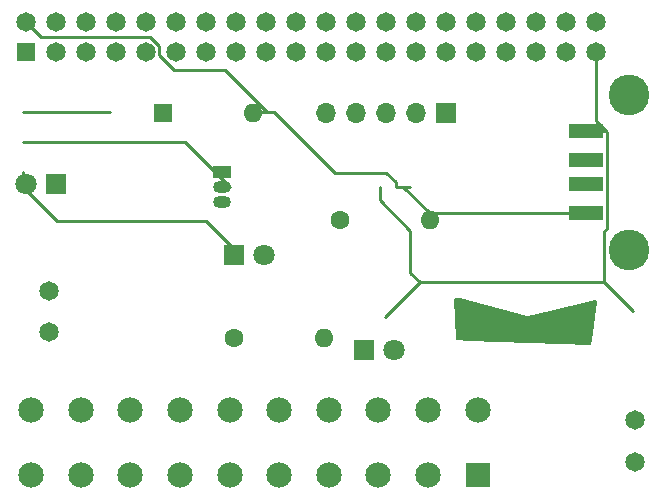
<source format=gbr>
%TF.GenerationSoftware,KiCad,Pcbnew,(6.0.9)*%
%TF.CreationDate,2022-12-10T23:12:21+01:00*%
%TF.ProjectId,ANET_ATX,414e4554-5f41-4545-982e-6b696361645f,rev?*%
%TF.SameCoordinates,Original*%
%TF.FileFunction,Copper,L1,Top*%
%TF.FilePolarity,Positive*%
%FSLAX46Y46*%
G04 Gerber Fmt 4.6, Leading zero omitted, Abs format (unit mm)*
G04 Created by KiCad (PCBNEW (6.0.9)) date 2022-12-10 23:12:21*
%MOMM*%
%LPD*%
G01*
G04 APERTURE LIST*
%TA.AperFunction,ComponentPad*%
%ADD10R,1.600000X1.600000*%
%TD*%
%TA.AperFunction,ComponentPad*%
%ADD11O,1.600000X1.600000*%
%TD*%
%TA.AperFunction,ComponentPad*%
%ADD12C,1.650000*%
%TD*%
%TA.AperFunction,ComponentPad*%
%ADD13R,2.150000X2.150000*%
%TD*%
%TA.AperFunction,ComponentPad*%
%ADD14C,2.150000*%
%TD*%
%TA.AperFunction,ComponentPad*%
%ADD15R,1.700000X1.700000*%
%TD*%
%TA.AperFunction,ComponentPad*%
%ADD16O,1.700000X1.700000*%
%TD*%
%TA.AperFunction,ComponentPad*%
%ADD17R,1.800000X1.800000*%
%TD*%
%TA.AperFunction,ComponentPad*%
%ADD18C,1.800000*%
%TD*%
%TA.AperFunction,ComponentPad*%
%ADD19C,1.600000*%
%TD*%
%TA.AperFunction,SMDPad,CuDef*%
%ADD20R,3.000000X1.250000*%
%TD*%
%TA.AperFunction,ComponentPad*%
%ADD21C,3.450000*%
%TD*%
%TA.AperFunction,ComponentPad*%
%ADD22R,1.650000X1.650000*%
%TD*%
%TA.AperFunction,ComponentPad*%
%ADD23R,1.500000X1.050000*%
%TD*%
%TA.AperFunction,ComponentPad*%
%ADD24O,1.500000X1.050000*%
%TD*%
%TA.AperFunction,Conductor*%
%ADD25C,0.250000*%
%TD*%
G04 APERTURE END LIST*
D10*
%TO.P,SW1HWSTART1,1*%
%TO.N,+3.3V*%
X68000000Y-70000000D03*
D11*
%TO.P,SW1HWSTART1,2*%
%TO.N,Net-(J2ATX1-Pad16)*%
X75620000Y-70000000D03*
%TD*%
D12*
%TO.P,J4,1,1*%
%TO.N,GND*%
X107945000Y-96000000D03*
%TO.P,J4,2,2*%
%TO.N,12V*%
X107945000Y-99500000D03*
%TD*%
D13*
%TO.P,J2ATX1,1,1*%
%TO.N,unconnected-(J2ATX1-Pad1)*%
X94650000Y-100650000D03*
D14*
%TO.P,J2ATX1,2,2*%
%TO.N,unconnected-(J2ATX1-Pad2)*%
X90450000Y-100650000D03*
%TO.P,J2ATX1,3,3*%
%TO.N,GND*%
X86250000Y-100650000D03*
%TO.P,J2ATX1,4,4*%
%TO.N,+5V*%
X82050000Y-100650000D03*
%TO.P,J2ATX1,5,5*%
%TO.N,unconnected-(J2ATX1-Pad5)*%
X77850000Y-100650000D03*
%TO.P,J2ATX1,6,6*%
%TO.N,unconnected-(J2ATX1-Pad6)*%
X73650000Y-100650000D03*
%TO.P,J2ATX1,7,7*%
%TO.N,unconnected-(J2ATX1-Pad7)*%
X69450000Y-100650000D03*
%TO.P,J2ATX1,8,8*%
%TO.N,unconnected-(J2ATX1-Pad8)*%
X65250000Y-100650000D03*
%TO.P,J2ATX1,9,9*%
%TO.N,Net-(D3POWER1-Pad2)*%
X61050000Y-100650000D03*
%TO.P,J2ATX1,10,10*%
%TO.N,12V*%
X56850000Y-100650000D03*
%TO.P,J2ATX1,11,11*%
%TO.N,unconnected-(J2ATX1-Pad11)*%
X94650000Y-95150000D03*
%TO.P,J2ATX1,12,12*%
%TO.N,unconnected-(J2ATX1-Pad12)*%
X90450000Y-95150000D03*
%TO.P,J2ATX1,13,13*%
%TO.N,unconnected-(J2ATX1-Pad13)*%
X86250000Y-95150000D03*
%TO.P,J2ATX1,14,14*%
%TO.N,unconnected-(J2ATX1-Pad14)*%
X82050000Y-95150000D03*
%TO.P,J2ATX1,15,15*%
%TO.N,unconnected-(J2ATX1-Pad15)*%
X77850000Y-95150000D03*
%TO.P,J2ATX1,16,16*%
%TO.N,Net-(J2ATX1-Pad16)*%
X73650000Y-95150000D03*
%TO.P,J2ATX1,17,17*%
%TO.N,unconnected-(J2ATX1-Pad17)*%
X69450000Y-95150000D03*
%TO.P,J2ATX1,18,18*%
%TO.N,unconnected-(J2ATX1-Pad18)*%
X65250000Y-95150000D03*
%TO.P,J2ATX1,19,19*%
%TO.N,unconnected-(J2ATX1-Pad19)*%
X61050000Y-95150000D03*
%TO.P,J2ATX1,20,20*%
%TO.N,unconnected-(J2ATX1-Pad20)*%
X56850000Y-95150000D03*
%TD*%
D15*
%TO.P,J1,1,Pin_1*%
%TO.N,GPIO*%
X92000000Y-70000000D03*
D16*
%TO.P,J1,2,Pin_2*%
%TO.N,+3.3V*%
X89460000Y-70000000D03*
%TO.P,J1,3,Pin_3*%
%TO.N,+5V*%
X86920000Y-70000000D03*
%TO.P,J1,4,Pin_4*%
%TO.N,5VSB*%
X84380000Y-70000000D03*
%TO.P,J1,5,Pin_5*%
%TO.N,GND*%
X81840000Y-70000000D03*
%TD*%
D17*
%TO.P,D1GPIO1,1,K*%
%TO.N,Net-(D1GPIO1-Pad1)*%
X74000000Y-82000000D03*
D18*
%TO.P,D1GPIO1,2,A*%
%TO.N,Net-(D1GPIO1-Pad2)*%
X76540000Y-82000000D03*
%TD*%
D19*
%TO.P,R2,1*%
%TO.N,Net-(Q1-Pad2)*%
X74000000Y-89000000D03*
D11*
%TO.P,R2,2*%
%TO.N,Net-(D2SWSTART1-Pad1)*%
X81620000Y-89000000D03*
%TD*%
D20*
%TO.P,J3USB1,1,1*%
%TO.N,5VSB*%
X103795000Y-78475000D03*
%TO.P,J3USB1,2,2*%
%TO.N,unconnected-(J3USB1-Pad2)*%
X103795000Y-75975000D03*
%TO.P,J3USB1,3,3*%
%TO.N,unconnected-(J3USB1-Pad3)*%
X103795000Y-73975000D03*
%TO.P,J3USB1,4,4*%
%TO.N,GND*%
X103795000Y-71475000D03*
D21*
%TO.P,J3USB1,5,5*%
%TO.N,unconnected-(J3USB1-Pad5)*%
X107475000Y-81545000D03*
%TO.P,J3USB1,6,6*%
%TO.N,unconnected-(J3USB1-Pad6)*%
X107475000Y-68405000D03*
%TD*%
D22*
%TO.P,J6RPI1,1,1*%
%TO.N,unconnected-(J6RPI1-Pad1)*%
X56388000Y-64770000D03*
D12*
%TO.P,J6RPI1,2,2*%
%TO.N,5VSB*%
X56388000Y-62230000D03*
%TO.P,J6RPI1,3,3*%
%TO.N,unconnected-(J6RPI1-Pad3)*%
X58928000Y-64770000D03*
%TO.P,J6RPI1,4,4*%
%TO.N,unconnected-(J6RPI1-Pad4)*%
X58928000Y-62230000D03*
%TO.P,J6RPI1,5,5*%
%TO.N,unconnected-(J6RPI1-Pad5)*%
X61468000Y-64770000D03*
%TO.P,J6RPI1,6,6*%
%TO.N,unconnected-(J6RPI1-Pad6)*%
X61468000Y-62230000D03*
%TO.P,J6RPI1,7,7*%
%TO.N,unconnected-(J6RPI1-Pad7)*%
X64008000Y-64770000D03*
%TO.P,J6RPI1,8,8*%
%TO.N,unconnected-(J6RPI1-Pad8)*%
X64008000Y-62230000D03*
%TO.P,J6RPI1,9,9*%
%TO.N,unconnected-(J6RPI1-Pad9)*%
X66548000Y-64770000D03*
%TO.P,J6RPI1,10,10*%
%TO.N,unconnected-(J6RPI1-Pad10)*%
X66548000Y-62230000D03*
%TO.P,J6RPI1,11,11*%
%TO.N,unconnected-(J6RPI1-Pad11)*%
X69088000Y-64770000D03*
%TO.P,J6RPI1,12,12*%
%TO.N,unconnected-(J6RPI1-Pad12)*%
X69088000Y-62230000D03*
%TO.P,J6RPI1,13,13*%
%TO.N,unconnected-(J6RPI1-Pad13)*%
X71628000Y-64770000D03*
%TO.P,J6RPI1,14,14*%
%TO.N,unconnected-(J6RPI1-Pad14)*%
X71628000Y-62230000D03*
%TO.P,J6RPI1,15,15*%
%TO.N,unconnected-(J6RPI1-Pad15)*%
X74168000Y-64770000D03*
%TO.P,J6RPI1,16,16*%
%TO.N,unconnected-(J6RPI1-Pad16)*%
X74168000Y-62230000D03*
%TO.P,J6RPI1,17,17*%
%TO.N,unconnected-(J6RPI1-Pad17)*%
X76708000Y-64770000D03*
%TO.P,J6RPI1,18,18*%
%TO.N,unconnected-(J6RPI1-Pad18)*%
X76708000Y-62230000D03*
%TO.P,J6RPI1,19,19*%
%TO.N,unconnected-(J6RPI1-Pad19)*%
X79248000Y-64770000D03*
%TO.P,J6RPI1,20,20*%
%TO.N,unconnected-(J6RPI1-Pad20)*%
X79248000Y-62230000D03*
%TO.P,J6RPI1,21,21*%
%TO.N,unconnected-(J6RPI1-Pad21)*%
X81788000Y-64770000D03*
%TO.P,J6RPI1,22,22*%
%TO.N,unconnected-(J6RPI1-Pad22)*%
X81788000Y-62230000D03*
%TO.P,J6RPI1,23,23*%
%TO.N,unconnected-(J6RPI1-Pad23)*%
X84328000Y-64770000D03*
%TO.P,J6RPI1,24,24*%
%TO.N,unconnected-(J6RPI1-Pad24)*%
X84328000Y-62230000D03*
%TO.P,J6RPI1,25,25*%
%TO.N,unconnected-(J6RPI1-Pad25)*%
X86868000Y-64770000D03*
%TO.P,J6RPI1,26,26*%
%TO.N,unconnected-(J6RPI1-Pad26)*%
X86868000Y-62230000D03*
%TO.P,J6RPI1,27,27*%
%TO.N,unconnected-(J6RPI1-Pad27)*%
X89408000Y-64770000D03*
%TO.P,J6RPI1,28,28*%
%TO.N,unconnected-(J6RPI1-Pad28)*%
X89408000Y-62230000D03*
%TO.P,J6RPI1,29,29*%
%TO.N,GPIO*%
X91948000Y-64770000D03*
%TO.P,J6RPI1,30,30*%
%TO.N,unconnected-(J6RPI1-Pad30)*%
X91948000Y-62230000D03*
%TO.P,J6RPI1,31,31*%
%TO.N,unconnected-(J6RPI1-Pad31)*%
X94488000Y-64770000D03*
%TO.P,J6RPI1,32,32*%
%TO.N,unconnected-(J6RPI1-Pad32)*%
X94488000Y-62230000D03*
%TO.P,J6RPI1,33,33*%
%TO.N,unconnected-(J6RPI1-Pad33)*%
X97028000Y-64770000D03*
%TO.P,J6RPI1,34,34*%
%TO.N,unconnected-(J6RPI1-Pad34)*%
X97028000Y-62230000D03*
%TO.P,J6RPI1,35,35*%
%TO.N,unconnected-(J6RPI1-Pad35)*%
X99568000Y-64770000D03*
%TO.P,J6RPI1,36,36*%
%TO.N,unconnected-(J6RPI1-Pad36)*%
X99568000Y-62230000D03*
%TO.P,J6RPI1,37,37*%
%TO.N,unconnected-(J6RPI1-Pad37)*%
X102108000Y-64770000D03*
%TO.P,J6RPI1,38,38*%
%TO.N,unconnected-(J6RPI1-Pad38)*%
X102108000Y-62230000D03*
%TO.P,J6RPI1,39,39*%
%TO.N,GND*%
X104648000Y-64770000D03*
%TO.P,J6RPI1,40,40*%
%TO.N,unconnected-(J6RPI1-Pad40)*%
X104648000Y-62230000D03*
%TD*%
D23*
%TO.P,Q1,1,B*%
%TO.N,Net-(D1GPIO1-Pad1)*%
X73000000Y-75000000D03*
D24*
%TO.P,Q1,2,C*%
%TO.N,Net-(Q1-Pad2)*%
X73000000Y-76270000D03*
%TO.P,Q1,3,E*%
%TO.N,Net-(J2ATX1-Pad16)*%
X73000000Y-77540000D03*
%TD*%
D19*
%TO.P,R1,1*%
%TO.N,Net-(D1GPIO1-Pad2)*%
X83000000Y-79000000D03*
D11*
%TO.P,R1,2*%
%TO.N,GPIO*%
X90620000Y-79000000D03*
%TD*%
D17*
%TO.P,D2SWSTART1,1,K*%
%TO.N,Net-(D2SWSTART1-Pad1)*%
X85000000Y-90000000D03*
D18*
%TO.P,D2SWSTART1,2,A*%
%TO.N,+5V*%
X87540000Y-90000000D03*
%TD*%
D12*
%TO.P,J5,1,1*%
%TO.N,GND*%
X58345000Y-85025000D03*
%TO.P,J5,2,2*%
%TO.N,12V*%
X58345000Y-88525000D03*
%TD*%
D17*
%TO.P,D3POWER1,1,K*%
%TO.N,5VSB*%
X59000000Y-76000000D03*
D18*
%TO.P,D3POWER1,2,A*%
%TO.N,Net-(D3POWER1-Pad2)*%
X56460000Y-76000000D03*
%TD*%
D25*
%TO.N,Net-(D1GPIO1-Pad1)*%
X63500000Y-69850000D02*
X56134000Y-69850000D01*
%TO.N,5VSB*%
X77425300Y-69850000D02*
X82600000Y-75024700D01*
X73266300Y-66303600D02*
X68962000Y-66303600D01*
X87724700Y-75832600D02*
X87724700Y-76200000D01*
X88312400Y-76200000D02*
X90587400Y-78475000D01*
X67698400Y-64269900D02*
X66928500Y-63500000D01*
X82600000Y-75024700D02*
X86916800Y-75024700D01*
X88312400Y-76200000D02*
X87724700Y-76200000D01*
X68962000Y-66303600D02*
X67698400Y-65040000D01*
X76812700Y-69850000D02*
X73266300Y-66303600D01*
X76200000Y-69850000D02*
X76812700Y-69850000D01*
X57658000Y-63500000D02*
X56388000Y-62230000D01*
X67698400Y-65040000D02*
X67698400Y-64269900D01*
X66928500Y-63500000D02*
X57658000Y-63500000D01*
X86916800Y-75024700D02*
X87724700Y-75832600D01*
X90587400Y-78475000D02*
X103795000Y-78475000D01*
X76812700Y-69850000D02*
X77425300Y-69850000D01*
X88900000Y-76200000D02*
X88312400Y-76200000D01*
%TO.N,Net-(J2ATX1-Pad16)*%
X74250000Y-81710100D02*
X71645500Y-79105600D01*
X56134000Y-74930000D02*
X56134000Y-76207800D01*
X71645500Y-79105600D02*
X59031800Y-79105600D01*
X59031800Y-79105600D02*
X56134000Y-76207800D01*
%TO.N,GND*%
X88950100Y-83475600D02*
X89767300Y-84292800D01*
X86360000Y-76200000D02*
X86360000Y-77375300D01*
X105507700Y-71475000D02*
X104648000Y-70615300D01*
X86850000Y-87210100D02*
X89767300Y-84292800D01*
X105507700Y-71475000D02*
X105620300Y-71587600D01*
X104648000Y-70615300D02*
X104648000Y-64770000D01*
X103795000Y-71475000D02*
X105507700Y-71475000D01*
X88950100Y-79965400D02*
X88950100Y-83475600D01*
X89767300Y-84292800D02*
X105387800Y-84292800D01*
X105620300Y-71587600D02*
X105620300Y-79767000D01*
X86360000Y-77375300D02*
X88950100Y-79965400D01*
X105387800Y-79999500D02*
X105387800Y-84292800D01*
X105620300Y-79767000D02*
X105387800Y-79999500D01*
X105387800Y-84292800D02*
X107795000Y-86700000D01*
%TO.N,Net-(Q1-Pad2)*%
X69850000Y-72390000D02*
X73660000Y-76200000D01*
X56134000Y-72390000D02*
X69850000Y-72390000D01*
%TD*%
%TA.AperFunction,NonConductor*%
G36*
X93135446Y-85622538D02*
G01*
X98875000Y-87150000D01*
X98890078Y-87146486D01*
X98890079Y-87146486D01*
X100823775Y-86695836D01*
X104596841Y-85816520D01*
X104667723Y-85820539D01*
X104725180Y-85862242D01*
X104750971Y-85928389D01*
X104750283Y-85956256D01*
X104303991Y-89229070D01*
X104265395Y-89512106D01*
X104236372Y-89576900D01*
X104176927Y-89615717D01*
X104136134Y-89621005D01*
X93937312Y-89263151D01*
X92965996Y-89229070D01*
X92898618Y-89206691D01*
X92854035Y-89151438D01*
X92844553Y-89109060D01*
X92686755Y-85750213D01*
X92703538Y-85681229D01*
X92754953Y-85632269D01*
X92812616Y-85618300D01*
X93103042Y-85618300D01*
X93135446Y-85622538D01*
G37*
%TD.AperFunction*%
M02*

</source>
